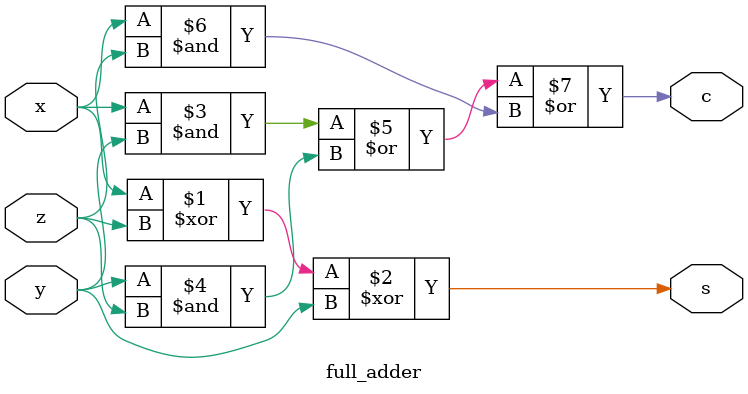
<source format=sv>



module full_adder(input x,y,z,
    output s,c
    );
    
    assign s = x^z^y;
    assign c = (x&y)|(y&z)|(x&z);
endmodule

</source>
